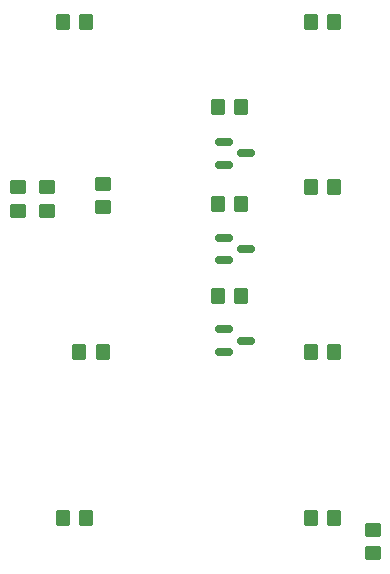
<source format=gtp>
G04 #@! TF.GenerationSoftware,KiCad,Pcbnew,8.0.5*
G04 #@! TF.CreationDate,2025-02-13T10:20:18+08:00*
G04 #@! TF.ProjectId,arduino_solar_bikelight_1,61726475-696e-46f5-9f73-6f6c61725f62,rev?*
G04 #@! TF.SameCoordinates,Original*
G04 #@! TF.FileFunction,Paste,Top*
G04 #@! TF.FilePolarity,Positive*
%FSLAX46Y46*%
G04 Gerber Fmt 4.6, Leading zero omitted, Abs format (unit mm)*
G04 Created by KiCad (PCBNEW 8.0.5) date 2025-02-13 10:20:18*
%MOMM*%
%LPD*%
G01*
G04 APERTURE LIST*
G04 Aperture macros list*
%AMRoundRect*
0 Rectangle with rounded corners*
0 $1 Rounding radius*
0 $2 $3 $4 $5 $6 $7 $8 $9 X,Y pos of 4 corners*
0 Add a 4 corners polygon primitive as box body*
4,1,4,$2,$3,$4,$5,$6,$7,$8,$9,$2,$3,0*
0 Add four circle primitives for the rounded corners*
1,1,$1+$1,$2,$3*
1,1,$1+$1,$4,$5*
1,1,$1+$1,$6,$7*
1,1,$1+$1,$8,$9*
0 Add four rect primitives between the rounded corners*
20,1,$1+$1,$2,$3,$4,$5,0*
20,1,$1+$1,$4,$5,$6,$7,0*
20,1,$1+$1,$6,$7,$8,$9,0*
20,1,$1+$1,$8,$9,$2,$3,0*%
G04 Aperture macros list end*
%ADD10RoundRect,0.250000X-0.450000X0.350000X-0.450000X-0.350000X0.450000X-0.350000X0.450000X0.350000X0*%
%ADD11RoundRect,0.250000X-0.350000X-0.450000X0.350000X-0.450000X0.350000X0.450000X-0.350000X0.450000X0*%
%ADD12RoundRect,0.250000X0.450000X-0.350000X0.450000X0.350000X-0.450000X0.350000X-0.450000X-0.350000X0*%
%ADD13RoundRect,0.150000X-0.587500X-0.150000X0.587500X-0.150000X0.587500X0.150000X-0.587500X0.150000X0*%
G04 APERTURE END LIST*
D10*
X177145000Y-114395000D03*
X177145000Y-116395000D03*
D11*
X163995000Y-78595000D03*
X165995000Y-78595000D03*
D12*
X154245000Y-87095000D03*
X154245000Y-85095000D03*
X149545000Y-87395000D03*
X149545000Y-85395000D03*
X147045000Y-87395000D03*
X147045000Y-85395000D03*
D11*
X163995000Y-86845000D03*
X165995000Y-86845000D03*
X171870000Y-71395000D03*
X173870000Y-71395000D03*
D13*
X164507500Y-89695000D03*
X164507500Y-91595000D03*
X166382500Y-90645000D03*
D11*
X171870000Y-113395000D03*
X173870000Y-113395000D03*
X150870000Y-71395000D03*
X152870000Y-71395000D03*
D13*
X164507500Y-81595000D03*
X164507500Y-83495000D03*
X166382500Y-82545000D03*
D11*
X163995000Y-94595000D03*
X165995000Y-94595000D03*
X150870000Y-113395000D03*
X152870000Y-113395000D03*
X152245000Y-99395000D03*
X154245000Y-99395000D03*
X171870000Y-99395000D03*
X173870000Y-99395000D03*
D13*
X164507500Y-97445000D03*
X164507500Y-99345000D03*
X166382500Y-98395000D03*
D11*
X171870000Y-85395000D03*
X173870000Y-85395000D03*
M02*

</source>
